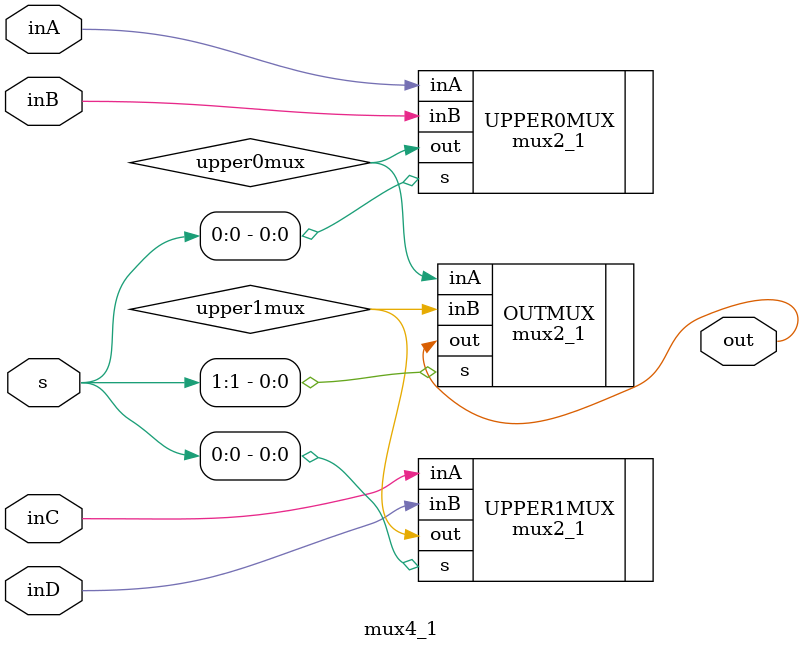
<source format=v>
/*
    CS/ECE 552 Spring '22
    Homework #1, Problem 1

    4-1 mux template
*/
module mux4_1(out, inA, inB, inC, inD, s);
    output       out;
    input        inA, inB, inC, inD;
    input [1:0]  s;

    // YOUR CODE HERE
    wire out;
    //reg inA, inB, inC, inD;
    //reg [1:0] s;
    wire upper0mux, upper1mux;

    mux2_1 UPPER0MUX(.out(upper0mux), .inA(inA), .inB(inB), .s(s[0]));
    mux2_1 UPPER1MUX(.out(upper1mux), .inA(inC), .inB(inD), .s(s[0]));
    mux2_1 OUTMUX(.out(out), .inA(upper0mux), .inB(upper1mux), .s(s[1]));    
endmodule

</source>
